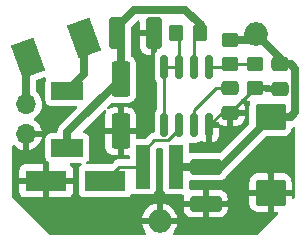
<source format=gbr>
%TF.GenerationSoftware,KiCad,Pcbnew,(6.0.9)*%
%TF.CreationDate,2024-03-30T18:15:30+01:00*%
%TF.ProjectId,HBW-IO-4-FM_Platine2,4842572d-494f-42d3-942d-464d5f506c61,rev?*%
%TF.SameCoordinates,Original*%
%TF.FileFunction,Copper,L1,Top*%
%TF.FilePolarity,Positive*%
%FSLAX46Y46*%
G04 Gerber Fmt 4.6, Leading zero omitted, Abs format (unit mm)*
G04 Created by KiCad (PCBNEW (6.0.9)) date 2024-03-30 18:15:30*
%MOMM*%
%LPD*%
G01*
G04 APERTURE LIST*
G04 Aperture macros list*
%AMRoundRect*
0 Rectangle with rounded corners*
0 $1 Rounding radius*
0 $2 $3 $4 $5 $6 $7 $8 $9 X,Y pos of 4 corners*
0 Add a 4 corners polygon primitive as box body*
4,1,4,$2,$3,$4,$5,$6,$7,$8,$9,$2,$3,0*
0 Add four circle primitives for the rounded corners*
1,1,$1+$1,$2,$3*
1,1,$1+$1,$4,$5*
1,1,$1+$1,$6,$7*
1,1,$1+$1,$8,$9*
0 Add four rect primitives between the rounded corners*
20,1,$1+$1,$2,$3,$4,$5,0*
20,1,$1+$1,$4,$5,$6,$7,0*
20,1,$1+$1,$6,$7,$8,$9,0*
20,1,$1+$1,$8,$9,$2,$3,0*%
%AMRotRect*
0 Rectangle, with rotation*
0 The origin of the aperture is its center*
0 $1 length*
0 $2 width*
0 $3 Rotation angle, in degrees counterclockwise*
0 Add horizontal line*
21,1,$1,$2,0,0,$3*%
G04 Aperture macros list end*
%TA.AperFunction,SMDPad,CuDef*%
%ADD10RoundRect,0.250000X-1.025000X0.875000X-1.025000X-0.875000X1.025000X-0.875000X1.025000X0.875000X0*%
%TD*%
%TA.AperFunction,SMDPad,CuDef*%
%ADD11R,3.500000X1.800000*%
%TD*%
%TA.AperFunction,SMDPad,CuDef*%
%ADD12RoundRect,0.250000X-0.450000X0.350000X-0.450000X-0.350000X0.450000X-0.350000X0.450000X0.350000X0*%
%TD*%
%TA.AperFunction,SMDPad,CuDef*%
%ADD13RoundRect,0.250000X-0.550000X1.250000X-0.550000X-1.250000X0.550000X-1.250000X0.550000X1.250000X0*%
%TD*%
%TA.AperFunction,ComponentPad*%
%ADD14O,1.700000X1.700000*%
%TD*%
%TA.AperFunction,SMDPad,CuDef*%
%ADD15RoundRect,0.250000X-0.412500X-1.100000X0.412500X-1.100000X0.412500X1.100000X-0.412500X1.100000X0*%
%TD*%
%TA.AperFunction,SMDPad,CuDef*%
%ADD16RoundRect,0.150000X0.150000X-0.825000X0.150000X0.825000X-0.150000X0.825000X-0.150000X-0.825000X0*%
%TD*%
%TA.AperFunction,SMDPad,CuDef*%
%ADD17RoundRect,0.250000X-1.100000X0.412500X-1.100000X-0.412500X1.100000X-0.412500X1.100000X0.412500X0*%
%TD*%
%TA.AperFunction,SMDPad,CuDef*%
%ADD18RoundRect,0.250000X0.350000X0.450000X-0.350000X0.450000X-0.350000X-0.450000X0.350000X-0.450000X0*%
%TD*%
%TA.AperFunction,SMDPad,CuDef*%
%ADD19R,1.200000X3.700000*%
%TD*%
%TA.AperFunction,SMDPad,CuDef*%
%ADD20RoundRect,0.250000X0.475000X-0.337500X0.475000X0.337500X-0.475000X0.337500X-0.475000X-0.337500X0*%
%TD*%
%TA.AperFunction,ComponentPad*%
%ADD21O,2.000000X2.000000*%
%TD*%
%TA.AperFunction,SMDPad,CuDef*%
%ADD22RotRect,2.020000X2.950000X20.000000*%
%TD*%
%TA.AperFunction,SMDPad,CuDef*%
%ADD23R,2.700000X1.500000*%
%TD*%
%TA.AperFunction,SMDPad,CuDef*%
%ADD24RoundRect,0.250000X-0.475000X0.337500X-0.475000X-0.337500X0.475000X-0.337500X0.475000X0.337500X0*%
%TD*%
%TA.AperFunction,ViaPad*%
%ADD25C,0.600000*%
%TD*%
%TA.AperFunction,Conductor*%
%ADD26C,0.250000*%
%TD*%
%TA.AperFunction,Conductor*%
%ADD27C,0.700000*%
%TD*%
%TA.AperFunction,Conductor*%
%ADD28C,0.800000*%
%TD*%
G04 APERTURE END LIST*
D10*
%TO.P,C4,1*%
%TO.N,/VCC*%
X148600000Y-92750000D03*
%TO.P,C4,2*%
%TO.N,/GND*%
X148600000Y-99150000D03*
%TD*%
D11*
%TO.P,D2,1,K*%
%TO.N,Net-(D2-Pad1)*%
X134600000Y-98150000D03*
%TO.P,D2,2,A*%
%TO.N,/GND*%
X129600000Y-98150000D03*
%TD*%
D12*
%TO.P,R2,1*%
%TO.N,/VCC*%
X145200000Y-86250000D03*
%TO.P,R2,2*%
%TO.N,Net-(IC1-Pad5)*%
X145200000Y-88250000D03*
%TD*%
D13*
%TO.P,C6,1*%
%TO.N,Net-(C5-Pad1)*%
X135900000Y-89550000D03*
%TO.P,C6,2*%
%TO.N,/GND*%
X135900000Y-93950000D03*
%TD*%
D14*
%TO.P,J1,1,Pin_1*%
%TO.N,/+24V*%
X127900000Y-91660000D03*
%TO.P,J1,2,Pin_2*%
%TO.N,/GND*%
X127900000Y-94200000D03*
%TD*%
D15*
%TO.P,C5,1*%
%TO.N,Net-(C5-Pad1)*%
X135575000Y-85650000D03*
%TO.P,C5,2*%
%TO.N,/GND*%
X138700000Y-85650000D03*
%TD*%
D16*
%TO.P,IC1,1,SwC*%
%TO.N,Net-(IC1-Pad1)*%
X139595000Y-93425000D03*
%TO.P,IC1,2,SwE*%
%TO.N,Net-(D2-Pad1)*%
X140865000Y-93425000D03*
%TO.P,IC1,3,TC*%
%TO.N,Net-(C1-Pad1)*%
X142135000Y-93425000D03*
%TO.P,IC1,4,GND*%
%TO.N,/GND*%
X143405000Y-93425000D03*
%TO.P,IC1,5,Vfb*%
%TO.N,Net-(IC1-Pad5)*%
X143405000Y-88475000D03*
%TO.P,IC1,6,Vin*%
%TO.N,Net-(C5-Pad1)*%
X142135000Y-88475000D03*
%TO.P,IC1,7,Ipk*%
%TO.N,Net-(IC1-Pad1)*%
X140865000Y-88475000D03*
%TO.P,IC1,8,DC*%
X139595000Y-88475000D03*
%TD*%
D17*
%TO.P,C2,1*%
%TO.N,/VCC*%
X143100000Y-96950000D03*
%TO.P,C2,2*%
%TO.N,/GND*%
X143100000Y-100075000D03*
%TD*%
D18*
%TO.P,R3,1*%
%TO.N,Net-(C5-Pad1)*%
X142600000Y-85650000D03*
%TO.P,R3,2*%
%TO.N,Net-(IC1-Pad1)*%
X140600000Y-85650000D03*
%TD*%
D19*
%TO.P,L1,1,1*%
%TO.N,/VCC*%
X140600000Y-96950000D03*
%TO.P,L1,2,2*%
%TO.N,Net-(D2-Pad1)*%
X137800000Y-96950000D03*
%TD*%
D12*
%TO.P,R1,1*%
%TO.N,Net-(IC1-Pad5)*%
X147300000Y-88300000D03*
%TO.P,R1,2*%
%TO.N,/GND*%
X147300000Y-90300000D03*
%TD*%
D20*
%TO.P,C3,1*%
%TO.N,/GND*%
X149400000Y-90337500D03*
%TO.P,C3,2*%
%TO.N,/VCC*%
X149400000Y-88262500D03*
%TD*%
D21*
%TO.P,ST3,1,Pin_1*%
%TO.N,/VCC*%
X147400000Y-85750000D03*
%TD*%
D22*
%TO.P,SI1,1*%
%TO.N,/+24V*%
X128101536Y-87760100D03*
%TO.P,SI1,2*%
%TO.N,Net-(D1-Pad2)*%
X132800000Y-86050000D03*
%TD*%
D23*
%TO.P,D1,1,K*%
%TO.N,Net-(C5-Pad1)*%
X131400000Y-95350000D03*
%TO.P,D1,2,A*%
%TO.N,Net-(D1-Pad2)*%
X131400000Y-90550000D03*
%TD*%
D24*
%TO.P,C1,1*%
%TO.N,Net-(C1-Pad1)*%
X145200000Y-90300000D03*
%TO.P,C1,2*%
%TO.N,/GND*%
X145200000Y-92375000D03*
%TD*%
D21*
%TO.P,ST4,1,Pin_1*%
%TO.N,/GND*%
X139200000Y-101550000D03*
%TD*%
D25*
%TO.N,/GND*%
X145000000Y-94000000D03*
X132250000Y-101600000D03*
X138000000Y-89000000D03*
X146000000Y-101550000D03*
X138000000Y-91500000D03*
X137137500Y-85650000D03*
X148600000Y-95950000D03*
X143500000Y-101600000D03*
X146000000Y-99000000D03*
X138000000Y-94000000D03*
X134550000Y-101600000D03*
X130000000Y-100500000D03*
X134000000Y-94000000D03*
%TD*%
D26*
%TO.N,Net-(C1-Pad1)*%
X144000000Y-90300000D02*
X142135000Y-92165000D01*
X145200000Y-90300000D02*
X144000000Y-90300000D01*
X142135000Y-92165000D02*
X142135000Y-93425000D01*
%TO.N,/GND*%
X147275000Y-90300000D02*
X145200000Y-92375000D01*
X149400000Y-90337500D02*
X147337500Y-90337500D01*
X144455000Y-92375000D02*
X143405000Y-93425000D01*
X145200000Y-92375000D02*
X144455000Y-92375000D01*
D27*
%TO.N,/VCC*%
X148600000Y-92750000D02*
X144400000Y-96950000D01*
X150300000Y-92750000D02*
X148600000Y-92750000D01*
X144400000Y-96950000D02*
X143100000Y-96950000D01*
X149400000Y-88262500D02*
X150312500Y-88262500D01*
X150700000Y-92350000D02*
X150300000Y-92750000D01*
X147400000Y-85750000D02*
X149400000Y-87750000D01*
D26*
X149900000Y-92750000D02*
X148600000Y-92750000D01*
D27*
X143100000Y-96950000D02*
X140600000Y-96950000D01*
X150312500Y-88262500D02*
X150700000Y-88650000D01*
D26*
X149400000Y-87750000D02*
X149400000Y-88262500D01*
D27*
X150700000Y-88650000D02*
X150700000Y-92350000D01*
X145250000Y-86250000D02*
X146900000Y-86250000D01*
%TO.N,Net-(C5-Pad1)*%
X135900000Y-89550000D02*
X135900000Y-85975000D01*
D26*
X142135000Y-86215000D02*
X142600000Y-85750000D01*
X142135000Y-88475000D02*
X142135000Y-86115000D01*
D27*
X131400000Y-94050000D02*
X135900000Y-89550000D01*
X135575000Y-85125000D02*
X137000000Y-83700000D01*
X141400000Y-83700000D02*
X142600000Y-84900000D01*
X137000000Y-83700000D02*
X141400000Y-83700000D01*
X131400000Y-95350000D02*
X131400000Y-94050000D01*
D28*
X142600000Y-84900000D02*
X142600000Y-85650000D01*
D27*
%TO.N,Net-(D1-Pad2)*%
X132800000Y-86050000D02*
X132800000Y-89150000D01*
X132800000Y-89150000D02*
X131400000Y-90550000D01*
D26*
%TO.N,Net-(D2-Pad1)*%
X137800000Y-96950000D02*
X135800000Y-96950000D01*
X139941751Y-94725000D02*
X140865000Y-93801751D01*
X138775000Y-94725000D02*
X139941751Y-94725000D01*
X137800000Y-95700000D02*
X138775000Y-94725000D01*
X135800000Y-96950000D02*
X134600000Y-98150000D01*
%TO.N,Net-(IC1-Pad1)*%
X140865000Y-88475000D02*
X140865000Y-85915000D01*
X139595000Y-88475000D02*
X139595000Y-93425000D01*
X140865000Y-88475000D02*
X139595000Y-88475000D01*
%TO.N,Net-(IC1-Pad5)*%
X145250000Y-88250000D02*
X147250000Y-88250000D01*
X143405000Y-88475000D02*
X145025000Y-88475000D01*
D27*
%TO.N,/+24V*%
X127900000Y-91660000D02*
X127900000Y-87961636D01*
%TD*%
%TA.AperFunction,Conductor*%
%TO.N,/GND*%
G36*
X129575518Y-89412795D02*
G01*
X129609048Y-89475375D01*
X129603422Y-89546149D01*
X129601301Y-89550739D01*
X129599385Y-89553295D01*
X129548255Y-89689684D01*
X129541500Y-89751866D01*
X129541500Y-91348134D01*
X129548255Y-91410316D01*
X129599385Y-91546705D01*
X129686739Y-91663261D01*
X129693919Y-91668642D01*
X129780443Y-91733488D01*
X129803295Y-91750615D01*
X129939684Y-91801745D01*
X130001866Y-91808500D01*
X132123207Y-91808500D01*
X132191328Y-91828502D01*
X132237821Y-91882158D01*
X132247925Y-91952432D01*
X132218431Y-92017012D01*
X132212302Y-92023595D01*
X130822217Y-93413680D01*
X130814451Y-93420822D01*
X130774633Y-93454471D01*
X130770486Y-93459895D01*
X130770485Y-93459896D01*
X130725326Y-93518962D01*
X130723432Y-93521379D01*
X130672490Y-93584738D01*
X130669453Y-93590857D01*
X130667665Y-93593652D01*
X130667412Y-93594013D01*
X130667210Y-93594380D01*
X130665479Y-93597238D01*
X130661340Y-93602652D01*
X130658459Y-93608831D01*
X130627015Y-93676262D01*
X130625681Y-93679033D01*
X130589553Y-93751814D01*
X130587902Y-93758435D01*
X130586751Y-93761563D01*
X130586587Y-93761956D01*
X130586468Y-93762361D01*
X130585391Y-93765525D01*
X130582510Y-93771704D01*
X130581023Y-93778358D01*
X130564785Y-93851002D01*
X130564076Y-93853998D01*
X130544428Y-93932801D01*
X130544237Y-93939622D01*
X130543785Y-93942925D01*
X130543626Y-93943809D01*
X130542948Y-93948692D01*
X130541820Y-93953740D01*
X130541500Y-93959463D01*
X130541500Y-93965500D01*
X130521498Y-94033621D01*
X130467842Y-94080114D01*
X130415500Y-94091500D01*
X130001866Y-94091500D01*
X129998469Y-94091869D01*
X129995560Y-94092185D01*
X129939684Y-94098255D01*
X129803295Y-94149385D01*
X129686739Y-94236739D01*
X129599385Y-94353295D01*
X129548255Y-94489684D01*
X129541500Y-94551866D01*
X129541500Y-96148134D01*
X129548255Y-96210316D01*
X129599385Y-96346705D01*
X129686739Y-96463261D01*
X129803295Y-96550615D01*
X129811697Y-96553765D01*
X129818605Y-96557547D01*
X129868751Y-96607805D01*
X129883764Y-96677196D01*
X129858878Y-96743689D01*
X129855731Y-96747589D01*
X129854000Y-96755548D01*
X129854000Y-97877885D01*
X129858475Y-97893124D01*
X129859865Y-97894329D01*
X129867548Y-97896000D01*
X131839884Y-97896000D01*
X131855123Y-97891525D01*
X131856328Y-97890135D01*
X131857999Y-97882452D01*
X131857999Y-97205331D01*
X131857629Y-97198510D01*
X131852105Y-97147648D01*
X131848479Y-97132396D01*
X131803324Y-97011946D01*
X131794786Y-96996351D01*
X131718285Y-96894276D01*
X131705724Y-96881715D01*
X131643827Y-96835326D01*
X131601312Y-96778467D01*
X131596286Y-96707649D01*
X131630346Y-96645355D01*
X131692677Y-96611365D01*
X131719392Y-96608500D01*
X132479774Y-96608500D01*
X132547895Y-96628502D01*
X132594388Y-96682158D01*
X132604492Y-96752432D01*
X132574998Y-96817012D01*
X132555339Y-96835326D01*
X132486739Y-96886739D01*
X132399385Y-97003295D01*
X132348255Y-97139684D01*
X132341500Y-97201866D01*
X132341500Y-99098134D01*
X132348255Y-99160316D01*
X132399385Y-99296705D01*
X132486739Y-99413261D01*
X132603295Y-99500615D01*
X132739684Y-99551745D01*
X132801866Y-99558500D01*
X136398134Y-99558500D01*
X136460316Y-99551745D01*
X136596705Y-99500615D01*
X136713261Y-99413261D01*
X136800615Y-99296705D01*
X136802129Y-99297840D01*
X136844481Y-99255580D01*
X136913872Y-99240564D01*
X136952765Y-99252028D01*
X136953295Y-99250615D01*
X137089684Y-99301745D01*
X137151866Y-99308500D01*
X138448134Y-99308500D01*
X138510316Y-99301745D01*
X138646705Y-99250615D01*
X138763261Y-99163261D01*
X138850615Y-99046705D01*
X138901745Y-98910316D01*
X138908500Y-98848134D01*
X138908500Y-95539594D01*
X138928502Y-95471473D01*
X138945405Y-95450499D01*
X139000499Y-95395405D01*
X139062811Y-95361379D01*
X139089594Y-95358500D01*
X139365500Y-95358500D01*
X139433621Y-95378502D01*
X139480114Y-95432158D01*
X139491500Y-95484500D01*
X139491500Y-98848134D01*
X139498255Y-98910316D01*
X139549385Y-99046705D01*
X139636739Y-99163261D01*
X139753295Y-99250615D01*
X139889684Y-99301745D01*
X139951866Y-99308500D01*
X141144239Y-99308500D01*
X141212360Y-99328502D01*
X141258853Y-99382158D01*
X141268957Y-99452432D01*
X141263832Y-99474168D01*
X141254862Y-99501210D01*
X141251995Y-99514586D01*
X141242328Y-99608938D01*
X141242000Y-99615355D01*
X141242000Y-99802885D01*
X141246475Y-99818124D01*
X141247865Y-99819329D01*
X141255548Y-99821000D01*
X142827885Y-99821000D01*
X142843124Y-99816525D01*
X142844329Y-99815135D01*
X142846000Y-99807452D01*
X142846000Y-99802885D01*
X143354000Y-99802885D01*
X143358475Y-99818124D01*
X143359865Y-99819329D01*
X143367548Y-99821000D01*
X144939884Y-99821000D01*
X144955123Y-99816525D01*
X144956328Y-99815135D01*
X144957999Y-99807452D01*
X144957999Y-99615405D01*
X144957662Y-99608886D01*
X144947743Y-99513294D01*
X144944851Y-99499900D01*
X144893412Y-99345716D01*
X144887239Y-99332538D01*
X144801937Y-99194693D01*
X144792901Y-99183292D01*
X144678171Y-99068761D01*
X144666760Y-99059749D01*
X144528757Y-98974684D01*
X144515576Y-98968537D01*
X144361290Y-98917362D01*
X144347914Y-98914495D01*
X144253562Y-98904828D01*
X144247145Y-98904500D01*
X143372115Y-98904500D01*
X143356876Y-98908975D01*
X143355671Y-98910365D01*
X143354000Y-98918048D01*
X143354000Y-99802885D01*
X142846000Y-99802885D01*
X142846000Y-98922616D01*
X142841525Y-98907377D01*
X142840135Y-98906172D01*
X142832452Y-98904501D01*
X141952905Y-98904501D01*
X141946386Y-98904838D01*
X141847503Y-98915098D01*
X141777682Y-98902233D01*
X141751724Y-98877885D01*
X146817000Y-98877885D01*
X146821475Y-98893124D01*
X146822865Y-98894329D01*
X146830548Y-98896000D01*
X148327885Y-98896000D01*
X148343124Y-98891525D01*
X148344329Y-98890135D01*
X148346000Y-98882452D01*
X148346000Y-98877885D01*
X148854000Y-98877885D01*
X148858475Y-98893124D01*
X148859865Y-98894329D01*
X148867548Y-98896000D01*
X150364884Y-98896000D01*
X150380123Y-98891525D01*
X150381328Y-98890135D01*
X150382999Y-98882452D01*
X150382999Y-98227905D01*
X150382662Y-98221386D01*
X150372743Y-98125794D01*
X150369851Y-98112400D01*
X150318412Y-97958216D01*
X150312239Y-97945038D01*
X150226937Y-97807193D01*
X150217901Y-97795792D01*
X150103171Y-97681261D01*
X150091760Y-97672249D01*
X149953757Y-97587184D01*
X149940576Y-97581037D01*
X149786290Y-97529862D01*
X149772914Y-97526995D01*
X149678562Y-97517328D01*
X149672145Y-97517000D01*
X148872115Y-97517000D01*
X148856876Y-97521475D01*
X148855671Y-97522865D01*
X148854000Y-97530548D01*
X148854000Y-98877885D01*
X148346000Y-98877885D01*
X148346000Y-97535116D01*
X148341525Y-97519877D01*
X148340135Y-97518672D01*
X148332452Y-97517001D01*
X147527905Y-97517001D01*
X147521386Y-97517338D01*
X147425794Y-97527257D01*
X147412400Y-97530149D01*
X147258216Y-97581588D01*
X147245038Y-97587761D01*
X147107193Y-97673063D01*
X147095792Y-97682099D01*
X146981261Y-97796829D01*
X146972249Y-97808240D01*
X146887184Y-97946243D01*
X146881037Y-97959424D01*
X146829862Y-98113710D01*
X146826995Y-98127086D01*
X146817328Y-98221438D01*
X146817000Y-98227855D01*
X146817000Y-98877885D01*
X141751724Y-98877885D01*
X141725900Y-98853662D01*
X141708500Y-98789771D01*
X141708500Y-98235867D01*
X141728502Y-98167746D01*
X141782158Y-98121253D01*
X141847342Y-98110523D01*
X141915113Y-98117467D01*
X141949600Y-98121000D01*
X144250400Y-98121000D01*
X144253646Y-98120663D01*
X144253650Y-98120663D01*
X144349308Y-98110738D01*
X144349312Y-98110737D01*
X144356166Y-98110026D01*
X144362702Y-98107845D01*
X144362704Y-98107845D01*
X144516998Y-98056368D01*
X144523946Y-98054050D01*
X144674348Y-97960978D01*
X144799305Y-97835803D01*
X144892115Y-97685238D01*
X144894421Y-97678285D01*
X144895883Y-97675150D01*
X144934072Y-97627904D01*
X144934387Y-97627666D01*
X144938759Y-97624891D01*
X144943032Y-97621070D01*
X144997010Y-97567092D01*
X144999532Y-97564638D01*
X145000303Y-97563909D01*
X145057636Y-97509692D01*
X145061474Y-97504044D01*
X145065893Y-97498852D01*
X145066293Y-97499192D01*
X145072902Y-97491200D01*
X148143698Y-94420405D01*
X148206010Y-94386379D01*
X148232793Y-94383500D01*
X149675400Y-94383500D01*
X149678646Y-94383163D01*
X149678650Y-94383163D01*
X149774308Y-94373238D01*
X149774312Y-94373237D01*
X149781166Y-94372526D01*
X149787702Y-94370345D01*
X149787704Y-94370345D01*
X149941998Y-94318868D01*
X149948946Y-94316550D01*
X150099348Y-94223478D01*
X150224305Y-94098303D01*
X150228271Y-94091869D01*
X150313275Y-93953968D01*
X150313276Y-93953966D01*
X150317115Y-93947738D01*
X150348207Y-93853998D01*
X150370632Y-93786389D01*
X150370632Y-93786387D01*
X150372797Y-93779861D01*
X150380535Y-93704335D01*
X150407376Y-93638609D01*
X150465491Y-93597826D01*
X150478712Y-93594148D01*
X150485437Y-93593417D01*
X150491906Y-93591240D01*
X150495173Y-93590522D01*
X150495577Y-93590451D01*
X150495996Y-93590329D01*
X150499217Y-93589538D01*
X150505989Y-93588634D01*
X150522408Y-93582658D01*
X150593261Y-93578156D01*
X150655301Y-93612676D01*
X150688830Y-93675256D01*
X150691500Y-93701060D01*
X150691500Y-99487182D01*
X150671498Y-99555303D01*
X150654595Y-99576277D01*
X150598095Y-99632777D01*
X150535783Y-99666803D01*
X150464968Y-99661738D01*
X150408132Y-99619191D01*
X150383321Y-99552671D01*
X150383000Y-99543682D01*
X150383000Y-99422115D01*
X150378525Y-99406876D01*
X150377135Y-99405671D01*
X150369452Y-99404000D01*
X148872115Y-99404000D01*
X148856876Y-99408475D01*
X148855671Y-99409865D01*
X148854000Y-99417548D01*
X148854000Y-100764884D01*
X148858475Y-100780123D01*
X148859865Y-100781328D01*
X148867548Y-100782999D01*
X149143683Y-100782999D01*
X149211804Y-100803001D01*
X149258297Y-100856657D01*
X149268401Y-100926931D01*
X149238907Y-100991511D01*
X149232778Y-100998094D01*
X147526278Y-102704595D01*
X147463966Y-102738620D01*
X147437183Y-102741500D01*
X140438829Y-102741500D01*
X140370708Y-102721498D01*
X140324215Y-102667842D01*
X140314111Y-102597568D01*
X140343018Y-102533669D01*
X140420557Y-102442883D01*
X140426357Y-102434899D01*
X140545205Y-102240958D01*
X140549687Y-102232163D01*
X140636736Y-102022008D01*
X140639782Y-102012634D01*
X140685642Y-101821615D01*
X140684937Y-101807531D01*
X140676056Y-101804000D01*
X137728244Y-101804000D01*
X137714713Y-101807973D01*
X137713353Y-101817431D01*
X137760218Y-102012634D01*
X137763264Y-102022008D01*
X137850313Y-102232163D01*
X137854795Y-102240958D01*
X137973643Y-102434899D01*
X137979443Y-102442883D01*
X138056982Y-102533669D01*
X138086013Y-102598459D01*
X138075408Y-102668659D01*
X138028533Y-102721981D01*
X137961171Y-102741500D01*
X129962818Y-102741500D01*
X129894697Y-102721498D01*
X129873723Y-102704595D01*
X128447513Y-101278385D01*
X137714358Y-101278385D01*
X137715063Y-101292469D01*
X137723944Y-101296000D01*
X138927885Y-101296000D01*
X138943124Y-101291525D01*
X138944329Y-101290135D01*
X138946000Y-101282452D01*
X138946000Y-101277885D01*
X139454000Y-101277885D01*
X139458475Y-101293124D01*
X139459865Y-101294329D01*
X139467548Y-101296000D01*
X140671756Y-101296000D01*
X140685287Y-101292027D01*
X140686647Y-101282569D01*
X140639782Y-101087366D01*
X140636736Y-101077992D01*
X140549687Y-100867837D01*
X140545205Y-100859042D01*
X140426357Y-100665101D01*
X140420557Y-100657117D01*
X140315913Y-100534595D01*
X141242001Y-100534595D01*
X141242338Y-100541114D01*
X141252257Y-100636706D01*
X141255149Y-100650100D01*
X141306588Y-100804284D01*
X141312761Y-100817462D01*
X141398063Y-100955307D01*
X141407099Y-100966708D01*
X141521829Y-101081239D01*
X141533240Y-101090251D01*
X141671243Y-101175316D01*
X141684424Y-101181463D01*
X141838710Y-101232638D01*
X141852086Y-101235505D01*
X141946438Y-101245172D01*
X141952854Y-101245500D01*
X142827885Y-101245500D01*
X142843124Y-101241025D01*
X142844329Y-101239635D01*
X142846000Y-101231952D01*
X142846000Y-101227384D01*
X143354000Y-101227384D01*
X143358475Y-101242623D01*
X143359865Y-101243828D01*
X143367548Y-101245499D01*
X144247095Y-101245499D01*
X144253614Y-101245162D01*
X144349206Y-101235243D01*
X144362600Y-101232351D01*
X144516784Y-101180912D01*
X144529962Y-101174739D01*
X144667807Y-101089437D01*
X144679208Y-101080401D01*
X144793739Y-100965671D01*
X144802751Y-100954260D01*
X144887816Y-100816257D01*
X144893963Y-100803076D01*
X144945138Y-100648790D01*
X144948005Y-100635414D01*
X144957672Y-100541062D01*
X144958000Y-100534646D01*
X144958000Y-100347115D01*
X144953525Y-100331876D01*
X144952135Y-100330671D01*
X144944452Y-100329000D01*
X143372115Y-100329000D01*
X143356876Y-100333475D01*
X143355671Y-100334865D01*
X143354000Y-100342548D01*
X143354000Y-101227384D01*
X142846000Y-101227384D01*
X142846000Y-100347115D01*
X142841525Y-100331876D01*
X142840135Y-100330671D01*
X142832452Y-100329000D01*
X141260116Y-100329000D01*
X141244877Y-100333475D01*
X141243672Y-100334865D01*
X141242001Y-100342548D01*
X141242001Y-100534595D01*
X140315913Y-100534595D01*
X140272822Y-100484142D01*
X140265858Y-100477178D01*
X140092883Y-100329443D01*
X140084899Y-100323643D01*
X139890958Y-100204795D01*
X139882163Y-100200313D01*
X139672008Y-100113264D01*
X139662634Y-100110218D01*
X139503842Y-100072095D01*
X146817001Y-100072095D01*
X146817338Y-100078614D01*
X146827257Y-100174206D01*
X146830149Y-100187600D01*
X146881588Y-100341784D01*
X146887761Y-100354962D01*
X146973063Y-100492807D01*
X146982099Y-100504208D01*
X147096829Y-100618739D01*
X147108240Y-100627751D01*
X147246243Y-100712816D01*
X147259424Y-100718963D01*
X147413710Y-100770138D01*
X147427086Y-100773005D01*
X147521438Y-100782672D01*
X147527854Y-100783000D01*
X148327885Y-100783000D01*
X148343124Y-100778525D01*
X148344329Y-100777135D01*
X148346000Y-100769452D01*
X148346000Y-99422115D01*
X148341525Y-99406876D01*
X148340135Y-99405671D01*
X148332452Y-99404000D01*
X146835116Y-99404000D01*
X146819877Y-99408475D01*
X146818672Y-99409865D01*
X146817001Y-99417548D01*
X146817001Y-100072095D01*
X139503842Y-100072095D01*
X139471615Y-100064358D01*
X139457531Y-100065063D01*
X139454000Y-100073944D01*
X139454000Y-101277885D01*
X138946000Y-101277885D01*
X138946000Y-100078244D01*
X138942027Y-100064713D01*
X138932569Y-100063353D01*
X138737366Y-100110218D01*
X138727992Y-100113264D01*
X138517837Y-100200313D01*
X138509042Y-100204795D01*
X138315101Y-100323643D01*
X138307117Y-100329443D01*
X138134142Y-100477178D01*
X138127178Y-100484142D01*
X137979443Y-100657117D01*
X137973643Y-100665101D01*
X137854795Y-100859042D01*
X137850313Y-100867837D01*
X137763264Y-101077992D01*
X137760218Y-101087366D01*
X137714358Y-101278385D01*
X128447513Y-101278385D01*
X126745405Y-99576278D01*
X126711379Y-99513966D01*
X126708500Y-99487183D01*
X126708500Y-99094669D01*
X127342001Y-99094669D01*
X127342371Y-99101490D01*
X127347895Y-99152352D01*
X127351521Y-99167604D01*
X127396676Y-99288054D01*
X127405214Y-99303649D01*
X127481715Y-99405724D01*
X127494276Y-99418285D01*
X127596351Y-99494786D01*
X127611946Y-99503324D01*
X127732394Y-99548478D01*
X127747649Y-99552105D01*
X127798514Y-99557631D01*
X127805328Y-99558000D01*
X129327885Y-99558000D01*
X129343124Y-99553525D01*
X129344329Y-99552135D01*
X129346000Y-99544452D01*
X129346000Y-99539884D01*
X129854000Y-99539884D01*
X129858475Y-99555123D01*
X129859865Y-99556328D01*
X129867548Y-99557999D01*
X131394669Y-99557999D01*
X131401490Y-99557629D01*
X131452352Y-99552105D01*
X131467604Y-99548479D01*
X131588054Y-99503324D01*
X131603649Y-99494786D01*
X131705724Y-99418285D01*
X131718285Y-99405724D01*
X131794786Y-99303649D01*
X131803324Y-99288054D01*
X131848478Y-99167606D01*
X131852105Y-99152351D01*
X131857631Y-99101486D01*
X131858000Y-99094672D01*
X131858000Y-98422115D01*
X131853525Y-98406876D01*
X131852135Y-98405671D01*
X131844452Y-98404000D01*
X129872115Y-98404000D01*
X129856876Y-98408475D01*
X129855671Y-98409865D01*
X129854000Y-98417548D01*
X129854000Y-99539884D01*
X129346000Y-99539884D01*
X129346000Y-98422115D01*
X129341525Y-98406876D01*
X129340135Y-98405671D01*
X129332452Y-98404000D01*
X127360116Y-98404000D01*
X127344877Y-98408475D01*
X127343672Y-98409865D01*
X127342001Y-98417548D01*
X127342001Y-99094669D01*
X126708500Y-99094669D01*
X126708500Y-97877885D01*
X127342000Y-97877885D01*
X127346475Y-97893124D01*
X127347865Y-97894329D01*
X127355548Y-97896000D01*
X129327885Y-97896000D01*
X129343124Y-97891525D01*
X129344329Y-97890135D01*
X129346000Y-97882452D01*
X129346000Y-96760116D01*
X129341525Y-96744877D01*
X129340135Y-96743672D01*
X129332452Y-96742001D01*
X127805331Y-96742001D01*
X127798510Y-96742371D01*
X127747648Y-96747895D01*
X127732396Y-96751521D01*
X127611946Y-96796676D01*
X127596351Y-96805214D01*
X127494276Y-96881715D01*
X127481715Y-96894276D01*
X127405214Y-96996351D01*
X127396676Y-97011946D01*
X127351522Y-97132394D01*
X127347895Y-97147649D01*
X127342369Y-97198514D01*
X127342000Y-97205328D01*
X127342000Y-97877885D01*
X126708500Y-97877885D01*
X126708500Y-95236608D01*
X126728502Y-95168487D01*
X126782158Y-95121994D01*
X126852432Y-95111890D01*
X126917012Y-95141384D01*
X126929737Y-95154110D01*
X126943218Y-95169673D01*
X126950580Y-95176883D01*
X127114434Y-95312916D01*
X127122881Y-95318831D01*
X127306756Y-95426279D01*
X127316042Y-95430729D01*
X127515001Y-95506703D01*
X127524899Y-95509579D01*
X127628250Y-95530606D01*
X127642299Y-95529410D01*
X127646000Y-95519065D01*
X127646000Y-95518517D01*
X128154000Y-95518517D01*
X128158064Y-95532359D01*
X128171478Y-95534393D01*
X128178184Y-95533534D01*
X128188262Y-95531392D01*
X128392255Y-95470191D01*
X128401842Y-95466433D01*
X128593095Y-95372739D01*
X128601945Y-95367464D01*
X128775328Y-95243792D01*
X128783200Y-95237139D01*
X128934052Y-95086812D01*
X128940730Y-95078965D01*
X129065003Y-94906020D01*
X129070313Y-94897183D01*
X129164670Y-94706267D01*
X129168469Y-94696672D01*
X129230377Y-94492910D01*
X129232555Y-94482837D01*
X129233986Y-94471962D01*
X129231775Y-94457778D01*
X129218617Y-94454000D01*
X128172115Y-94454000D01*
X128156876Y-94458475D01*
X128155671Y-94459865D01*
X128154000Y-94467548D01*
X128154000Y-95518517D01*
X127646000Y-95518517D01*
X127646000Y-94072000D01*
X127666002Y-94003879D01*
X127719658Y-93957386D01*
X127772000Y-93946000D01*
X129218344Y-93946000D01*
X129231875Y-93942027D01*
X129233180Y-93932947D01*
X129191214Y-93765875D01*
X129187894Y-93756124D01*
X129102972Y-93560814D01*
X129098105Y-93551739D01*
X128982426Y-93372926D01*
X128976136Y-93364757D01*
X128832806Y-93207240D01*
X128825273Y-93200215D01*
X128658139Y-93068222D01*
X128649556Y-93062520D01*
X128612602Y-93042120D01*
X128562631Y-92991687D01*
X128547859Y-92922245D01*
X128572975Y-92855839D01*
X128600327Y-92829232D01*
X128623797Y-92812491D01*
X128779860Y-92701173D01*
X128783674Y-92697373D01*
X128879231Y-92602149D01*
X128938096Y-92543489D01*
X128942472Y-92537400D01*
X129065435Y-92366277D01*
X129068453Y-92362077D01*
X129084518Y-92329573D01*
X129165136Y-92166453D01*
X129165137Y-92166451D01*
X129167430Y-92161811D01*
X129228710Y-91960116D01*
X129230865Y-91953023D01*
X129230865Y-91953021D01*
X129232370Y-91948069D01*
X129261529Y-91726590D01*
X129261965Y-91708743D01*
X129263074Y-91663365D01*
X129263074Y-91663361D01*
X129263156Y-91660000D01*
X129244852Y-91437361D01*
X129190431Y-91220702D01*
X129101354Y-91015840D01*
X128980014Y-90828277D01*
X128829670Y-90663051D01*
X128806407Y-90644679D01*
X128765345Y-90586764D01*
X128758500Y-90545798D01*
X128758500Y-89720007D01*
X128778502Y-89651886D01*
X128832158Y-89605393D01*
X128841405Y-89601606D01*
X128867226Y-89592208D01*
X129442625Y-89382780D01*
X129513478Y-89378277D01*
X129575518Y-89412795D01*
G37*
%TD.AperFunction*%
%TA.AperFunction,Conductor*%
G36*
X137447532Y-84570736D02*
G01*
X137504368Y-84613283D01*
X137529179Y-84679803D01*
X137529500Y-84688792D01*
X137529500Y-85377885D01*
X137533975Y-85393124D01*
X137535365Y-85394329D01*
X137543048Y-85396000D01*
X138828000Y-85396000D01*
X138896121Y-85416002D01*
X138942614Y-85469658D01*
X138954000Y-85522000D01*
X138954000Y-87158548D01*
X138933998Y-87226669D01*
X138927560Y-87235774D01*
X138926156Y-87237584D01*
X138920547Y-87243193D01*
X138835855Y-87386399D01*
X138789438Y-87546169D01*
X138788934Y-87552574D01*
X138788933Y-87552579D01*
X138786693Y-87581042D01*
X138786500Y-87583498D01*
X138786500Y-89366502D01*
X138786693Y-89368950D01*
X138786693Y-89368958D01*
X138787427Y-89378277D01*
X138789438Y-89403831D01*
X138835855Y-89563601D01*
X138839892Y-89570427D01*
X138916509Y-89699980D01*
X138916511Y-89699983D01*
X138920547Y-89706807D01*
X138926155Y-89712415D01*
X138931011Y-89718675D01*
X138929504Y-89719844D01*
X138958621Y-89773167D01*
X138961500Y-89799950D01*
X138961500Y-92100050D01*
X138941498Y-92168171D01*
X138930941Y-92181271D01*
X138931011Y-92181325D01*
X138926155Y-92187585D01*
X138920547Y-92193193D01*
X138916511Y-92200017D01*
X138916509Y-92200020D01*
X138887044Y-92249843D01*
X138835855Y-92336399D01*
X138833644Y-92344010D01*
X138833643Y-92344012D01*
X138821903Y-92384424D01*
X138789438Y-92496169D01*
X138786500Y-92533498D01*
X138786500Y-93970076D01*
X138766498Y-94038197D01*
X138712842Y-94084690D01*
X138681538Y-94094125D01*
X138675110Y-94094327D01*
X138661589Y-94098255D01*
X138655658Y-94099978D01*
X138636306Y-94103986D01*
X138629235Y-94104880D01*
X138616203Y-94106526D01*
X138608834Y-94109443D01*
X138608832Y-94109444D01*
X138575097Y-94122800D01*
X138563869Y-94126645D01*
X138521407Y-94138982D01*
X138514585Y-94143016D01*
X138514579Y-94143019D01*
X138503968Y-94149294D01*
X138486218Y-94157990D01*
X138474756Y-94162528D01*
X138474751Y-94162531D01*
X138467383Y-94165448D01*
X138460968Y-94170109D01*
X138431625Y-94191427D01*
X138421707Y-94197943D01*
X138411466Y-94204000D01*
X138383637Y-94220458D01*
X138369313Y-94234782D01*
X138354281Y-94247621D01*
X138337893Y-94259528D01*
X138309712Y-94293593D01*
X138301722Y-94302373D01*
X138049500Y-94554595D01*
X137987188Y-94588621D01*
X137960405Y-94591500D01*
X137334000Y-94591500D01*
X137265879Y-94571498D01*
X137219386Y-94517842D01*
X137208000Y-94465500D01*
X137208000Y-94222115D01*
X137203525Y-94206876D01*
X137202135Y-94205671D01*
X137194452Y-94204000D01*
X136172115Y-94204000D01*
X136156876Y-94208475D01*
X136155671Y-94209865D01*
X136154000Y-94217548D01*
X136154000Y-95939884D01*
X136158475Y-95955123D01*
X136159865Y-95956328D01*
X136167548Y-95957999D01*
X136497095Y-95957999D01*
X136503614Y-95957662D01*
X136552497Y-95952590D01*
X136622318Y-95965455D01*
X136674100Y-96014026D01*
X136691500Y-96077917D01*
X136691500Y-96190500D01*
X136671498Y-96258621D01*
X136617842Y-96305114D01*
X136565500Y-96316500D01*
X135878767Y-96316500D01*
X135867584Y-96315973D01*
X135860091Y-96314298D01*
X135852165Y-96314547D01*
X135852164Y-96314547D01*
X135792014Y-96316438D01*
X135788055Y-96316500D01*
X135760144Y-96316500D01*
X135756210Y-96316997D01*
X135756209Y-96316997D01*
X135756144Y-96317005D01*
X135744307Y-96317938D01*
X135712490Y-96318938D01*
X135708029Y-96319078D01*
X135700110Y-96319327D01*
X135682454Y-96324456D01*
X135680658Y-96324978D01*
X135661306Y-96328986D01*
X135654235Y-96329880D01*
X135641203Y-96331526D01*
X135633834Y-96334443D01*
X135633832Y-96334444D01*
X135600097Y-96347800D01*
X135588869Y-96351645D01*
X135546407Y-96363982D01*
X135539585Y-96368016D01*
X135539579Y-96368019D01*
X135528968Y-96374294D01*
X135511218Y-96382990D01*
X135499756Y-96387528D01*
X135499751Y-96387531D01*
X135492383Y-96390448D01*
X135485968Y-96395109D01*
X135456625Y-96416427D01*
X135446707Y-96422943D01*
X135428019Y-96433995D01*
X135408637Y-96445458D01*
X135394313Y-96459782D01*
X135379281Y-96472621D01*
X135362893Y-96484528D01*
X135337954Y-96514674D01*
X135334712Y-96518593D01*
X135326722Y-96527373D01*
X135149500Y-96704595D01*
X135087188Y-96738621D01*
X135060405Y-96741500D01*
X133120226Y-96741500D01*
X133052105Y-96721498D01*
X133005612Y-96667842D01*
X132995508Y-96597568D01*
X133025002Y-96532988D01*
X133044661Y-96514674D01*
X133106080Y-96468643D01*
X133106081Y-96468642D01*
X133113261Y-96463261D01*
X133200615Y-96346705D01*
X133251745Y-96210316D01*
X133258500Y-96148134D01*
X133258500Y-95247095D01*
X134592001Y-95247095D01*
X134592338Y-95253614D01*
X134602257Y-95349206D01*
X134605149Y-95362600D01*
X134656588Y-95516784D01*
X134662761Y-95529962D01*
X134748063Y-95667807D01*
X134757099Y-95679208D01*
X134871829Y-95793739D01*
X134883240Y-95802751D01*
X135021243Y-95887816D01*
X135034424Y-95893963D01*
X135188710Y-95945138D01*
X135202086Y-95948005D01*
X135296438Y-95957672D01*
X135302854Y-95958000D01*
X135627885Y-95958000D01*
X135643124Y-95953525D01*
X135644329Y-95952135D01*
X135646000Y-95944452D01*
X135646000Y-94222115D01*
X135641525Y-94206876D01*
X135640135Y-94205671D01*
X135632452Y-94204000D01*
X134610116Y-94204000D01*
X134594877Y-94208475D01*
X134593672Y-94209865D01*
X134592001Y-94217548D01*
X134592001Y-95247095D01*
X133258500Y-95247095D01*
X133258500Y-94551866D01*
X133251745Y-94489684D01*
X133200615Y-94353295D01*
X133113261Y-94236739D01*
X132996705Y-94149385D01*
X132860316Y-94098255D01*
X132852460Y-94097402D01*
X132844778Y-94095575D01*
X132845318Y-94093302D01*
X132790586Y-94070562D01*
X132750158Y-94012200D01*
X132747701Y-93941246D01*
X132780658Y-93883444D01*
X134494365Y-92169737D01*
X134556677Y-92135711D01*
X134627492Y-92140776D01*
X134684328Y-92183323D01*
X134709139Y-92249843D01*
X134690720Y-92324948D01*
X134662184Y-92371243D01*
X134656037Y-92384424D01*
X134604862Y-92538710D01*
X134601995Y-92552086D01*
X134592328Y-92646438D01*
X134592000Y-92652855D01*
X134592000Y-93677885D01*
X134596475Y-93693124D01*
X134597865Y-93694329D01*
X134605548Y-93696000D01*
X135627885Y-93696000D01*
X135643124Y-93691525D01*
X135644329Y-93690135D01*
X135646000Y-93682452D01*
X135646000Y-93677885D01*
X136154000Y-93677885D01*
X136158475Y-93693124D01*
X136159865Y-93694329D01*
X136167548Y-93696000D01*
X137189884Y-93696000D01*
X137205123Y-93691525D01*
X137206328Y-93690135D01*
X137207999Y-93682452D01*
X137207999Y-92652905D01*
X137207662Y-92646386D01*
X137197743Y-92550794D01*
X137194851Y-92537400D01*
X137143412Y-92383216D01*
X137137239Y-92370038D01*
X137051937Y-92232193D01*
X137042901Y-92220792D01*
X136928171Y-92106261D01*
X136916760Y-92097249D01*
X136778757Y-92012184D01*
X136765576Y-92006037D01*
X136611290Y-91954862D01*
X136597914Y-91951995D01*
X136503562Y-91942328D01*
X136497145Y-91942000D01*
X136172115Y-91942000D01*
X136156876Y-91946475D01*
X136155671Y-91947865D01*
X136154000Y-91955548D01*
X136154000Y-93677885D01*
X135646000Y-93677885D01*
X135646000Y-91960116D01*
X135641525Y-91944877D01*
X135640135Y-91943672D01*
X135632452Y-91942001D01*
X135302905Y-91942001D01*
X135296386Y-91942338D01*
X135200794Y-91952257D01*
X135187400Y-91955149D01*
X135033216Y-92006588D01*
X135020038Y-92012761D01*
X134975281Y-92040458D01*
X134906829Y-92059296D01*
X134839060Y-92038135D01*
X134793489Y-91983694D01*
X134784584Y-91913258D01*
X134819883Y-91844219D01*
X135082377Y-91581725D01*
X135144689Y-91547699D01*
X135194623Y-91547626D01*
X135195139Y-91547797D01*
X135201977Y-91548498D01*
X135201979Y-91548498D01*
X135234784Y-91551859D01*
X135299600Y-91558500D01*
X136500400Y-91558500D01*
X136503646Y-91558163D01*
X136503650Y-91558163D01*
X136599308Y-91548238D01*
X136599312Y-91548237D01*
X136606166Y-91547526D01*
X136612702Y-91545345D01*
X136612704Y-91545345D01*
X136766998Y-91493868D01*
X136773946Y-91491550D01*
X136924348Y-91398478D01*
X137049305Y-91273303D01*
X137053146Y-91267072D01*
X137138275Y-91128968D01*
X137138276Y-91128966D01*
X137142115Y-91122738D01*
X137177571Y-91015840D01*
X137195632Y-90961389D01*
X137195632Y-90961387D01*
X137197797Y-90954861D01*
X137208500Y-90850400D01*
X137208500Y-88249600D01*
X137197526Y-88143834D01*
X137167414Y-88053576D01*
X137143868Y-87983002D01*
X137141550Y-87976054D01*
X137048478Y-87825652D01*
X136923303Y-87700695D01*
X136818383Y-87636021D01*
X136770891Y-87583250D01*
X136758500Y-87528762D01*
X136758500Y-86797095D01*
X137529501Y-86797095D01*
X137529838Y-86803614D01*
X137539757Y-86899206D01*
X137542649Y-86912600D01*
X137594088Y-87066784D01*
X137600261Y-87079962D01*
X137685563Y-87217807D01*
X137694599Y-87229208D01*
X137809329Y-87343739D01*
X137820740Y-87352751D01*
X137958743Y-87437816D01*
X137971924Y-87443963D01*
X138126210Y-87495138D01*
X138139586Y-87498005D01*
X138233938Y-87507672D01*
X138240354Y-87508000D01*
X138427885Y-87508000D01*
X138443124Y-87503525D01*
X138444329Y-87502135D01*
X138446000Y-87494452D01*
X138446000Y-85922115D01*
X138441525Y-85906876D01*
X138440135Y-85905671D01*
X138432452Y-85904000D01*
X137547616Y-85904000D01*
X137532377Y-85908475D01*
X137531172Y-85909865D01*
X137529501Y-85917548D01*
X137529501Y-86797095D01*
X136758500Y-86797095D01*
X136758500Y-85928404D01*
X136746737Y-85820124D01*
X136746000Y-85806516D01*
X136746000Y-85220292D01*
X136766002Y-85152171D01*
X136782905Y-85131197D01*
X137314405Y-84599697D01*
X137376717Y-84565671D01*
X137447532Y-84570736D01*
G37*
%TD.AperFunction*%
%TA.AperFunction,Conductor*%
G36*
X146300602Y-91188723D02*
G01*
X146345689Y-91217644D01*
X146371829Y-91243739D01*
X146383240Y-91252751D01*
X146521243Y-91337816D01*
X146534424Y-91343963D01*
X146688710Y-91395138D01*
X146702086Y-91398005D01*
X146770251Y-91404989D01*
X146835978Y-91431830D01*
X146876760Y-91489945D01*
X146879649Y-91560882D01*
X146877005Y-91569990D01*
X146827203Y-91720139D01*
X146816500Y-91824600D01*
X146816500Y-93267207D01*
X146796498Y-93335328D01*
X146779595Y-93356302D01*
X144389353Y-95746544D01*
X144327041Y-95780570D01*
X144287416Y-95782793D01*
X144250400Y-95779000D01*
X141949600Y-95779000D01*
X141946356Y-95779337D01*
X141946348Y-95779337D01*
X141847503Y-95789593D01*
X141777682Y-95776728D01*
X141725900Y-95728157D01*
X141708500Y-95664266D01*
X141708500Y-95051866D01*
X141706788Y-95036111D01*
X141719315Y-94966230D01*
X141767634Y-94914213D01*
X141836406Y-94896577D01*
X141867202Y-94901505D01*
X141874986Y-94903766D01*
X141874989Y-94903767D01*
X141881169Y-94905562D01*
X141887574Y-94906066D01*
X141887579Y-94906067D01*
X141916042Y-94908307D01*
X141916050Y-94908307D01*
X141918498Y-94908500D01*
X142351502Y-94908500D01*
X142353950Y-94908307D01*
X142353958Y-94908307D01*
X142382421Y-94906067D01*
X142382426Y-94906066D01*
X142388831Y-94905562D01*
X142488769Y-94876528D01*
X142540988Y-94861357D01*
X142540990Y-94861356D01*
X142548601Y-94859145D01*
X142691807Y-94774453D01*
X142694747Y-94771513D01*
X142759271Y-94746179D01*
X142828894Y-94760080D01*
X142847640Y-94772129D01*
X142855323Y-94778089D01*
X142984779Y-94854648D01*
X142999210Y-94860893D01*
X143133605Y-94899939D01*
X143147706Y-94899899D01*
X143151000Y-94892630D01*
X143151000Y-94886878D01*
X143659000Y-94886878D01*
X143662973Y-94900409D01*
X143670871Y-94901544D01*
X143810790Y-94860893D01*
X143825221Y-94854648D01*
X143954678Y-94778089D01*
X143967104Y-94768449D01*
X144073449Y-94662104D01*
X144083089Y-94649678D01*
X144159648Y-94520221D01*
X144165893Y-94505790D01*
X144208269Y-94359935D01*
X144210570Y-94347333D01*
X144212807Y-94318916D01*
X144213000Y-94313986D01*
X144212999Y-93697115D01*
X144208524Y-93681876D01*
X144207134Y-93680671D01*
X144199451Y-93679000D01*
X143677115Y-93679000D01*
X143661876Y-93683475D01*
X143660671Y-93684865D01*
X143659000Y-93692548D01*
X143659000Y-94886878D01*
X143151000Y-94886878D01*
X143151000Y-93297000D01*
X143171002Y-93228879D01*
X143224658Y-93182386D01*
X143277000Y-93171000D01*
X144127000Y-93171000D01*
X144195121Y-93191002D01*
X144241614Y-93244658D01*
X144250403Y-93285060D01*
X144258660Y-93313181D01*
X144265041Y-93319443D01*
X144396243Y-93400316D01*
X144409424Y-93406463D01*
X144563710Y-93457638D01*
X144577086Y-93460505D01*
X144671438Y-93470172D01*
X144677854Y-93470500D01*
X144927885Y-93470500D01*
X144943124Y-93466025D01*
X144944329Y-93464635D01*
X144946000Y-93456952D01*
X144946000Y-93452384D01*
X145454000Y-93452384D01*
X145458475Y-93467623D01*
X145459865Y-93468828D01*
X145467548Y-93470499D01*
X145722095Y-93470499D01*
X145728614Y-93470162D01*
X145824206Y-93460243D01*
X145837600Y-93457351D01*
X145991784Y-93405912D01*
X146004962Y-93399739D01*
X146142807Y-93314437D01*
X146154208Y-93305401D01*
X146268739Y-93190671D01*
X146277751Y-93179260D01*
X146362816Y-93041257D01*
X146368963Y-93028076D01*
X146420138Y-92873790D01*
X146423005Y-92860414D01*
X146432672Y-92766062D01*
X146433000Y-92759646D01*
X146433000Y-92647115D01*
X146428525Y-92631876D01*
X146427135Y-92630671D01*
X146419452Y-92629000D01*
X145472115Y-92629000D01*
X145456876Y-92633475D01*
X145455671Y-92634865D01*
X145454000Y-92642548D01*
X145454000Y-93452384D01*
X144946000Y-93452384D01*
X144946000Y-92247000D01*
X144966002Y-92178879D01*
X145019658Y-92132386D01*
X145072000Y-92121000D01*
X146414884Y-92121000D01*
X146430123Y-92116525D01*
X146431328Y-92115135D01*
X146432999Y-92107452D01*
X146432999Y-91990405D01*
X146432662Y-91983886D01*
X146422743Y-91888294D01*
X146419851Y-91874900D01*
X146368412Y-91720716D01*
X146362239Y-91707538D01*
X146276937Y-91569693D01*
X146267901Y-91558292D01*
X146153172Y-91443762D01*
X146144238Y-91436706D01*
X146103177Y-91378788D01*
X146099947Y-91307865D01*
X146135574Y-91246454D01*
X146143407Y-91239654D01*
X146149348Y-91235978D01*
X146154522Y-91230795D01*
X146154527Y-91230791D01*
X146167499Y-91217797D01*
X146229782Y-91183718D01*
X146300602Y-91188723D01*
G37*
%TD.AperFunction*%
%TA.AperFunction,Conductor*%
G36*
X148533642Y-90066002D02*
G01*
X148548034Y-90076776D01*
X148553865Y-90081829D01*
X148561548Y-90083500D01*
X149528000Y-90083500D01*
X149596121Y-90103502D01*
X149642614Y-90157158D01*
X149654000Y-90209500D01*
X149654000Y-90465500D01*
X149633998Y-90533621D01*
X149580342Y-90580114D01*
X149528000Y-90591500D01*
X148209479Y-90591500D01*
X148141358Y-90571498D01*
X148126966Y-90560724D01*
X148121135Y-90555671D01*
X148113452Y-90554000D01*
X147172000Y-90554000D01*
X147103879Y-90533998D01*
X147057386Y-90480342D01*
X147046000Y-90428000D01*
X147046000Y-90172000D01*
X147066002Y-90103879D01*
X147119658Y-90057386D01*
X147172000Y-90046000D01*
X148465521Y-90046000D01*
X148533642Y-90066002D01*
G37*
%TD.AperFunction*%
%TD*%
M02*

</source>
